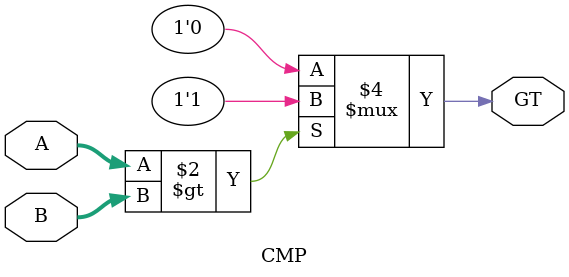
<source format=v>


module CMP (
	input [31:0] A,
	input [31:0] B,
	output reg GT
	);


always @ (*)begin
	//A= n  && B = 1
	if(A>B)begin
		GT = 1'b1;
	end else begin
		GT=1'b0;
	end

end

endmodule
</source>
